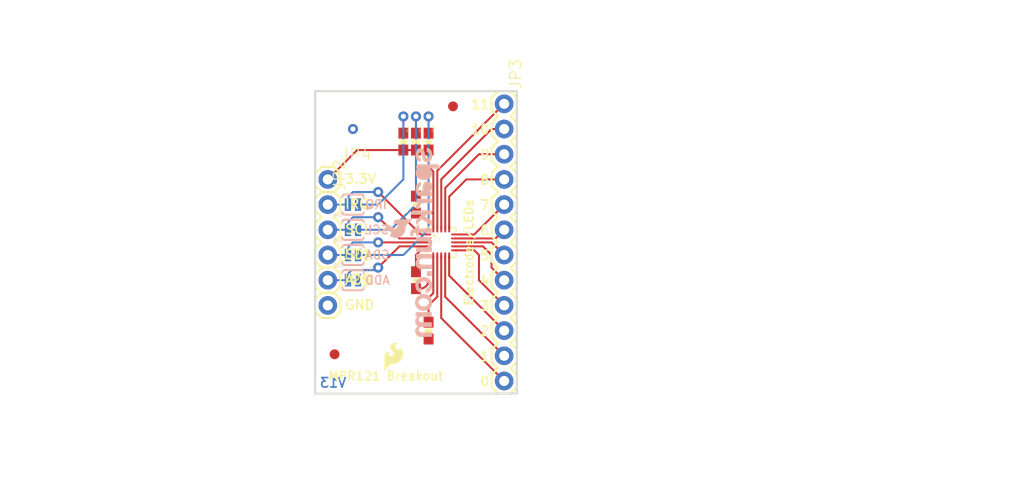
<source format=kicad_pcb>
(kicad_pcb (version 20211014) (generator pcbnew)
  (layers (0 "F.Cu" signal) (31 "B.Cu" signal) (34 "B.Paste" user) (35 "F.Paste" user) (36 "B.SilkS" user "B.Silkscreen") (37 "F.SilkS" user "F.Silkscreen") (38 "B.Mask" user) (39 "F.Mask" user) (44 "Edge.Cuts" user))
  (net 0 "")
  (net 1 "VREG")
  (net 2 "~{IRQ}")
  (net 3 "SCL")
  (net 4 "SDA")
  (net 5 "ADDR")
  (net 6 "REXT")
  (net 7 "ELE11")
  (net 8 "ELE10")
  (net 9 "ELE9")
  (net 10 "ELE8")
  (net 11 "ELE7")
  (net 12 "ELE6")
  (net 13 "ELE5")
  (net 14 "ELE4")
  (net 15 "ELE3")
  (net 16 "ELE2")
  (net 17 "ELE1")
  (net 18 "ELE0")
  (net 19 "GND")
  (net 20 "3.3V")
  (net 21 "SDA_PU")
  (net 22 "SCL_PU")
  (net 23 "~{IRQ_PU}")
  (footprint "boardEagle:FIDUCIAL-1X2" (layer "F.Cu") (at 140.2969 116.2812)
    (fp_text reference "JP9" hide)
    (fp_text value "FIDUCIAL1X2" hide)
    (pad "1" smd roundrect (at 0 0) (size 1 1) (layers "F.Cu" "F.Mask") (roundrect_rratio 0.5))
  )
  (footprint "boardEagle:1X01" (layer "F.Cu") (at 139.6111 108.8136)
    (fp_text reference "JP1" (at 1.1938 -1.8288) (layer "F.SilkS") (effects (font (size 1.1684 1.1684) (thickness 0.1016)) (justify left bottom)))
    (fp_text value "ADDR")
    (pad "1" thru_hole circle (at 0 0 90) (size 1.8796 1.8796) (drill 1.016) (layers *.Cu *.Mask) (net 5 "ADDR"))
  )
  (footprint "boardEagle:0603-RES" (layer "F.Cu") (at 147.2311 94.8436 -90)
    (fp_text reference "R4" (at -0.889 -0.762 -90) (layer "F.SilkS") (effects (font (size 0.373888 0.373888) (thickness 0.032512)) (justify left bottom)))
    (fp_text value "10k")
    (pad "1" smd rect (at -0.85 0 270) (size 1.1 1) (layers "F.Cu" "F.Paste" "F.Mask") (net 23 "~{IRQ_PU}"))
    (pad "2" smd rect (at 0.85 0 270) (size 1.1 1) (layers "F.Cu" "F.Paste" "F.Mask") (net 20 "3.3V"))
  )
  (footprint "boardEagle:1X01" (layer "F.Cu") (at 139.6111 111.3536)
    (fp_text reference "JP5" (at 1.1938 -1.8288) (layer "F.SilkS") (effects (font (size 1.1684 1.1684) (thickness 0.1016)) (justify left bottom)))
    (fp_text value "GND")
    (pad "1" thru_hole circle (at 0 0 90) (size 1.8796 1.8796) (drill 1.016) (layers *.Cu *.Mask) (net 19 "GND"))
  )
  (footprint "boardEagle:0603-RES" (layer "F.Cu") (at 148.5011 94.8436 -90)
    (fp_text reference "R3" (at -0.889 -0.762 -90) (layer "F.SilkS") (effects (font (size 0.373888 0.373888) (thickness 0.032512)) (justify left bottom)))
    (fp_text value "10k")
    (pad "1" smd rect (at -0.85 0 270) (size 1.1 1) (layers "F.Cu" "F.Paste" "F.Mask") (net 22 "SCL_PU"))
    (pad "2" smd rect (at 0.85 0 270) (size 1.1 1) (layers "F.Cu" "F.Paste" "F.Mask") (net 20 "3.3V"))
  )
  (footprint "boardEagle:1X01" (layer "F.Cu") (at 139.6111 98.6536)
    (fp_text reference "JP4" (at 1.1938 -1.8288) (layer "F.SilkS") (effects (font (size 1.1684 1.1684) (thickness 0.1016)) (justify left bottom)))
    (fp_text value "3.3V")
    (pad "1" thru_hole circle (at 0 0 90) (size 1.8796 1.8796) (drill 1.016) (layers *.Cu *.Mask) (net 20 "3.3V"))
  )
  (footprint "boardEagle:0603-RES" (layer "F.Cu") (at 149.7711 94.8436 -90)
    (fp_text reference "R2" (at -0.889 -0.762 -90) (layer "F.SilkS") (effects (font (size 0.373888 0.373888) (thickness 0.032512)) (justify left bottom)))
    (fp_text value "10k")
    (pad "1" smd rect (at -0.85 0 270) (size 1.1 1) (layers "F.Cu" "F.Paste" "F.Mask") (net 21 "SDA_PU"))
    (pad "2" smd rect (at 0.85 0 270) (size 1.1 1) (layers "F.Cu" "F.Paste" "F.Mask") (net 20 "3.3V"))
  )
  (footprint "boardEagle:0603-CAP" (layer "F.Cu") (at 148.5011 108.8136 -90)
    (fp_text reference "C1" (at -0.889 -0.762 -90) (layer "F.SilkS") (effects (font (size 0.373888 0.373888) (thickness 0.032512)) (justify left bottom)))
    (fp_text value "0.1uF")
    (pad "1" smd rect (at -0.85 0 270) (size 1.1 1) (layers "F.Cu" "F.Paste" "F.Mask") (net 1 "VREG"))
    (pad "2" smd rect (at 0.85 0 270) (size 1.1 1) (layers "F.Cu" "F.Paste" "F.Mask") (net 19 "GND"))
  )
  (footprint "boardEagle:SFE-LOGO-FLAME" (layer "F.Cu") (at 145.3261 117.9576)
    (fp_text reference "JP6" hide)
    (fp_text value "LOGO-SFESK" hide)
  )
  (footprint "boardEagle:FIDUCIAL-1X2" (layer "F.Cu") (at 152.2349 91.2876)
    (fp_text reference "JP8" hide)
    (fp_text value "FIDUCIAL1X2" hide)
    (pad "1" smd roundrect (at 0 0) (size 1 1) (layers "F.Cu" "F.Mask") (roundrect_rratio 0.5))
  )
  (footprint "boardEagle:0603-CAP" (layer "F.Cu") (at 148.5011 101.1936 90)
    (fp_text reference "C2" (at -0.889 -0.762 90) (layer "F.SilkS") (effects (font (size 0.373888 0.373888) (thickness 0.032512)) (justify left bottom)))
    (fp_text value "0.1uF")
    (pad "1" smd rect (at -0.85 0 90) (size 1.1 1) (layers "F.Cu" "F.Paste" "F.Mask") (net 20 "3.3V"))
    (pad "2" smd rect (at 0.85 0 90) (size 1.1 1) (layers "F.Cu" "F.Paste" "F.Mask") (net 19 "GND"))
  )
  (footprint "boardEagle:1X03" (layer "F.Cu") (at 139.6111 101.1936 -90)
    (fp_text reference "JP2" (at -1.3462 -1.8288 -90) (layer "F.SilkS") (effects (font (size 1.143 1.143) (thickness 0.127)) (justify left bottom)))
    (fp_text value "I2C")
    (pad "1" thru_hole circle (at 0 0) (size 1.8796 1.8796) (drill 1.016) (layers *.Cu *.Mask) (net 2 "~{IRQ}"))
    (pad "2" thru_hole circle (at 2.54 0) (size 1.8796 1.8796) (drill 1.016) (layers *.Cu *.Mask) (net 3 "SCL"))
    (pad "3" thru_hole circle (at 5.08 0) (size 1.8796 1.8796) (drill 1.016) (layers *.Cu *.Mask) (net 4 "SDA"))
  )
  (footprint "boardEagle:QFN-20-0.4MM-V2" (layer "F.Cu") (at 151.0411 105.0036)
    (fp_text reference "IC1" (at -0.889 -0.2032) (layer "F.SilkS") (effects (font (size 0.376489 0.376489) (thickness 0.029911)) (justify left)))
    (fp_text value "MPR121")
    (pad "1" smd roundrect (at -1.366978 -0.8 90) (size 0.195 0.75) (layers "F.Cu" "F.Paste" "F.Mask") (roundrect_rratio 0.5) (net 2 "~{IRQ}"))
    (pad "2" smd roundrect (at -1.366978 -0.4 90) (size 0.195 0.75) (layers "F.Cu" "F.Paste" "F.Mask") (roundrect_rratio 0.5) (net 3 "SCL"))
    (pad "3" smd roundrect (at -1.366978 0 90) (size 0.195 0.75) (layers "F.Cu" "F.Paste" "F.Mask") (roundrect_rratio 0.5) (net 4 "SDA"))
    (pad "4" smd roundrect (at -1.366978 0.4 90) (size 0.195 0.75) (layers "F.Cu" "F.Paste" "F.Mask") (roundrect_rratio 0.5) (net 5 "ADDR"))
    (pad "5" smd roundrect (at -1.366978 0.8 90) (size 0.195 0.75) (layers "F.Cu" "F.Paste" "F.Mask") (roundrect_rratio 0.5) (net 1 "VREG"))
    (pad "6" smd roundrect (at -0.794918 1.372059 180) (size 0.195 0.75) (layers "F.Cu" "F.Paste" "F.Mask") (roundrect_rratio 0.5) (net 19 "GND"))
    (pad "7" smd roundrect (at -0.394918 1.372059 180) (size 0.195 0.75) (layers "F.Cu" "F.Paste" "F.Mask") (roundrect_rratio 0.5) (net 6 "REXT"))
    (pad "8" smd roundrect (at 0.005081 1.372059 180) (size 0.195 0.75) (layers "F.Cu" "F.Paste" "F.Mask") (roundrect_rratio 0.5) (net 18 "ELE0"))
    (pad "9" smd roundrect (at 0.405081 1.372059 180) (size 0.195 0.75) (layers "F.Cu" "F.Paste" "F.Mask") (roundrect_rratio 0.5) (net 17 "ELE1"))
    (pad "10" smd roundrect (at 0.805081 1.372059 180) (size 0.195 0.75) (layers "F.Cu" "F.Paste" "F.Mask") (roundrect_rratio 0.5) (net 16 "ELE2"))
    (pad "11" smd roundrect (at 1.3746 0.8 270) (size 0.195 0.75) (layers "F.Cu" "F.Paste" "F.Mask") (roundrect_rratio 0.5) (net 15 "ELE3"))
    (pad "12" smd roundrect (at 1.3746 0.4 270) (size 0.195 0.75) (layers "F.Cu" "F.Paste" "F.Mask") (roundrect_rratio 0.5) (net 14 "ELE4"))
    (pad "13" smd roundrect (at 1.3746 0 270) (size 0.195 0.75) (layers "F.Cu" "F.Paste" "F.Mask") (roundrect_rratio 0.5) (net 13 "ELE5"))
    (pad "14" smd roundrect (at 1.3746 -0.4 270) (size 0.195 0.75) (layers "F.Cu" "F.Paste" "F.Mask") (roundrect_rratio 0.5) (net 12 "ELE6"))
    (pad "15" smd roundrect (at 1.3746 -0.8 270) (size 0.195 0.75) (layers "F.Cu" "F.Paste" "F.Mask") (roundrect_rratio 0.5) (net 11 "ELE7"))
    (pad "16" smd roundrect (at 0.810159 -1.372062) (size 0.195 0.75) (layers "F.Cu" "F.Paste" "F.Mask") (roundrect_rratio 0.5) (net 10 "ELE8"))
    (pad "17" smd roundrect (at 0.410159 -1.372062) (size 0.195 0.75) (layers "F.Cu" "F.Paste" "F.Mask") (roundrect_rratio 0.5) (net 9 "ELE9"))
    (pad "18" smd roundrect (at 0.010159 -1.372062) (size 0.195 0.75) (layers "F.Cu" "F.Paste" "F.Mask") (roundrect_rratio 0.5) (net 8 "ELE10"))
    (pad "19" smd roundrect (at -0.38984 -1.372062) (size 0.195 0.75) (layers "F.Cu" "F.Paste" "F.Mask") (roundrect_rratio 0.5) (net 7 "ELE11"))
    (pad "20" smd roundrect (at -0.78984 -1.372062) (size 0.195 0.75) (layers "F.Cu" "F.Paste" "F.Mask") (roundrect_rratio 0.5) (net 20 "3.3V"))
  )
  (footprint "boardEagle:1X12" (layer "F.Cu") (at 157.3911 91.0336 -90)
    (fp_text reference "JP3" (at -1.3462 -1.8288 -90) (layer "F.SilkS") (effects (font (size 1.143 1.143) (thickness 0.127)) (justify left bottom)))
    (fp_text value "Electrodes")
    (pad "1" thru_hole circle (at 0 0) (size 1.8796 1.8796) (drill 1.016) (layers *.Cu *.Mask) (net 7 "ELE11"))
    (pad "2" thru_hole circle (at 2.54 0) (size 1.8796 1.8796) (drill 1.016) (layers *.Cu *.Mask) (net 8 "ELE10"))
    (pad "3" thru_hole circle (at 5.08 0) (size 1.8796 1.8796) (drill 1.016) (layers *.Cu *.Mask) (net 9 "ELE9"))
    (pad "4" thru_hole circle (at 7.62 0) (size 1.8796 1.8796) (drill 1.016) (layers *.Cu *.Mask) (net 10 "ELE8"))
    (pad "5" thru_hole circle (at 10.16 0) (size 1.8796 1.8796) (drill 1.016) (layers *.Cu *.Mask) (net 11 "ELE7"))
    (pad "6" thru_hole circle (at 12.7 0) (size 1.8796 1.8796) (drill 1.016) (layers *.Cu *.Mask) (net 12 "ELE6"))
    (pad "7" thru_hole circle (at 15.24 0) (size 1.8796 1.8796) (drill 1.016) (layers *.Cu *.Mask) (net 13 "ELE5"))
    (pad "8" thru_hole circle (at 17.78 0) (size 1.8796 1.8796) (drill 1.016) (layers *.Cu *.Mask) (net 14 "ELE4"))
    (pad "9" thru_hole circle (at 20.32 0) (size 1.8796 1.8796) (drill 1.016) (layers *.Cu *.Mask) (net 15 "ELE3"))
    (pad "10" thru_hole circle (at 22.86 0) (size 1.8796 1.8796) (drill 1.016) (layers *.Cu *.Mask) (net 16 "ELE2"))
    (pad "11" thru_hole circle (at 25.4 0) (size 1.8796 1.8796) (drill 1.016) (layers *.Cu *.Mask) (net 17 "ELE1"))
    (pad "12" thru_hole circle (at 27.94 0) (size 1.8796 1.8796) (drill 1.016) (layers *.Cu *.Mask) (net 18 "ELE0"))
  )
  (footprint "boardEagle:CREATIVE_COMMONS" (layer "F.Cu") (at 126.888644 129.1336)
    (fp_text reference "FRAME1" hide)
    (fp_text value "FRAME-LETTER" hide)
  )
  (footprint "boardEagle:0603-RES" (layer "F.Cu") (at 149.7711 113.8936 90)
    (fp_text reference "R1" (at -0.889 -0.762 90) (layer "F.SilkS") (effects (font (size 0.373888 0.373888) (thickness 0.032512)) (justify left bottom)))
    (fp_text value "75k")
    (pad "1" smd rect (at -0.85 0 90) (size 1.1 1) (layers "F.Cu" "F.Paste" "F.Mask") (net 19 "GND"))
    (pad "2" smd rect (at 0.85 0 90) (size 1.1 1) (layers "F.Cu" "F.Paste" "F.Mask") (net 6 "REXT"))
  )
  (footprint "boardEagle:SJ_2S-TRACE" (layer "B.Cu") (at 142.1511 108.8136 180)
    (fp_text reference "SJ1" (at -0.9525 1.27) (layer "B.SilkS") (effects (font (size 0.373888 0.373888) (thickness 0.032512)) (justify right top mirror)))
    (fp_text value "SOLDERJUMPERTRACE")
    (fp_line (start -0.381 0) (end 0.381 0) (layer "B.Cu") (width 0.2032))
    (pad "1" smd rect (at -0.508 0 180) (size 0.635 1.27) (layers "B.Cu" "B.Mask") (net 19 "GND"))
    (pad "2" smd rect (at 0.508 0 180) (size 0.635 1.27) (layers "B.Cu" "B.Mask") (net 5 "ADDR"))
  )
  (footprint "boardEagle:SJ_2S-TRACE" (layer "B.Cu") (at 142.1511 103.7336)
    (fp_text reference "SJ3" (at -0.9525 1.27 180) (layer "B.SilkS") (effects (font (size 0.373888 0.373888) (thickness 0.032512)) (justify left bottom mirror)))
    (fp_text value "SOLDERJUMPERTRACE")
    (fp_line (start -0.381 0) (end 0.381 0) (layer "B.Cu") (width 0.2032))
    (pad "1" smd rect (at -0.508 0) (size 0.635 1.27) (layers "B.Cu" "B.Mask") (net 3 "SCL"))
    (pad "2" smd rect (at 0.508 0) (size 0.635 1.27) (layers "B.Cu" "B.Mask") (net 22 "SCL_PU"))
  )
  (footprint "boardEagle:SJ_2S-TRACE" (layer "B.Cu") (at 142.1511 106.2736)
    (fp_text reference "SJ2" (at -0.9525 1.27 180) (layer "B.SilkS") (effects (font (size 0.373888 0.373888) (thickness 0.032512)) (justify left bottom mirror)))
    (fp_text value "SOLDERJUMPERTRACE")
    (fp_line (start -0.381 0) (end 0.381 0) (layer "B.Cu") (width 0.2032))
    (pad "1" smd rect (at -0.508 0) (size 0.635 1.27) (layers "B.Cu" "B.Mask") (net 4 "SDA"))
    (pad "2" smd rect (at 0.508 0) (size 0.635 1.27) (layers "B.Cu" "B.Mask") (net 21 "SDA_PU"))
  )
  (footprint "boardEagle:SFE-NEW-WEBLOGO" (layer "B.Cu") (at 151.0411 95.4786 -90)
    (fp_text reference "JP7" hide)
    (fp_text value "LOGO-SFENEW" hide)
  )
  (footprint "boardEagle:SJ_2S-TRACE" (layer "B.Cu") (at 142.1511 101.1936)
    (fp_text reference "SJ4" (at -0.9525 1.27 180) (layer "B.SilkS") (effects (font (size 0.373888 0.373888) (thickness 0.032512)) (justify left bottom mirror)))
    (fp_text value "SOLDERJUMPERTRACE")
    (fp_line (start -0.381 0) (end 0.381 0) (layer "B.Cu") (width 0.2032))
    (pad "1" smd rect (at -0.508 0) (size 0.635 1.27) (layers "B.Cu" "B.Mask") (net 2 "~{IRQ}"))
    (pad "2" smd rect (at 0.508 0) (size 0.635 1.27) (layers "B.Cu" "B.Mask") (net 23 "~{IRQ_PU}"))
  )
  (gr_line (start 158.6611 89.7636) (end 158.6611 120.2436) (layer "Edge.Cuts") (width 0.2032))
  (gr_line (start 158.6611 120.2436) (end 138.3411 120.2436) (layer "Edge.Cuts") (width 0.2032))
  (gr_line (start 138.3411 120.2436) (end 138.3411 89.7636) (layer "Edge.Cuts") (width 0.2032))
  (gr_line (start 138.3411 89.7636) (end 158.6611 89.7636) (layer "Edge.Cuts") (width 0.2032))
  (gr_text "V13" (at 138.7221 118.5926) (layer "B.Cu") (effects (font (size 0.94996 0.94996) (thickness 0.16764)) (justify right top mirror)))
  (gr_text "ADD" (at 143.2941 108.3056) (layer "B.SilkS") (effects (font (size 0.8636 0.8636) (thickness 0.1524)) (justify right top mirror)))
  (gr_text "SDA" (at 143.2941 105.7656) (layer "B.SilkS") (effects (font (size 0.8636 0.8636) (thickness 0.1524)) (justify right top mirror)))
  (gr_text "SCL" (at 143.2941 103.2256) (layer "B.SilkS") (effects (font (size 0.8636 0.8636) (thickness 0.1524)) (justify right top mirror)))
  (gr_text "IRQ" (at 143.2941 100.6856) (layer "B.SilkS") (effects (font (size 0.8636 0.8636) (thickness 0.1524)) (justify right top mirror)))
  (gr_text "5" (at 155.9941 105.7656) (layer "F.SilkS") (effects (font (size 0.94996 0.94996) (thickness 0.16764)) (justify right top)))
  (gr_text "2" (at 155.9941 113.3856) (layer "F.SilkS") (effects (font (size 0.94996 0.94996) (thickness 0.16764)) (justify right top)))
  (gr_text "1" (at 155.9941 115.9256) (layer "F.SilkS") (effects (font (size 0.94996 0.94996) (thickness 0.16764)) (justify right top)))
  (gr_text "0" (at 155.9941 118.4656) (layer "F.SilkS") (effects (font (size 0.94996 0.94996) (thickness 0.16764)) (justify right top)))
  (gr_text "3" (at 155.9941 110.8456) (layer "F.SilkS") (effects (font (size 0.94996 0.94996) (thickness 0.16764)) (justify right top)))
  (gr_text "10" (at 155.9941 93.0656) (layer "F.SilkS") (effects (font (size 0.94996 0.94996) (thickness 0.16764)) (justify right top)))
  (gr_text "SDA" (at 141.2621 106.7816) (layer "F.SilkS") (effects (font (size 0.94996 0.94996) (thickness 0.16764)) (justify left bottom)))
  (gr_text "MPR121 Breakout" (at 139.6111 118.9736) (layer "F.SilkS") (effects (font (size 0.8636 0.8636) (thickness 0.1524)) (justify left bottom)))
  (gr_text "4" (at 155.9941 108.3056) (layer "F.SilkS") (effects (font (size 0.94996 0.94996) (thickness 0.16764)) (justify right top)))
  (gr_text "Electrodes/LEDs" (at 154.3431 111.4806 90) (layer "F.SilkS") (effects (font (size 0.8636 0.8636) (thickness 0.1524)) (justify left bottom)))
  (gr_text "7" (at 155.9941 100.6856) (layer "F.SilkS") (effects (font (size 0.94996 0.94996) (thickness 0.16764)) (justify right top)))
  (gr_text "SCL" (at 141.2621 104.2416) (layer "F.SilkS") (effects (font (size 0.94996 0.94996) (thickness 0.16764)) (justify left bottom)))
  (gr_text "8" (at 155.9941 98.1456) (layer "F.SilkS") (effects (font (size 0.94996 0.94996) (thickness 0.16764)) (justify right top)))
  (gr_text "11" (at 155.9941 90.5256) (layer "F.SilkS") (effects (font (size 0.94996 0.94996) (thickness 0.16764)) (justify right top)))
  (gr_text "GND" (at 141.2621 111.8616) (layer "F.SilkS") (effects (font (size 0.94996 0.94996) (thickness 0.16764)) (justify left bottom)))
  (gr_text "3.3V" (at 141.2621 99.1616) (layer "F.SilkS") (effects (font (size 0.94996 0.94996) (thickness 0.16764)) (justify left bottom)))
  (gr_text "6" (at 155.9941 103.2256) (layer "F.SilkS") (effects (font (size 0.94996 0.94996) (thickness 0.16764)) (justify right top)))
  (gr_text "9" (at 155.9941 95.6056) (layer "F.SilkS") (effects (font (size 0.94996 0.94996) (thickness 0.16764)) (justify right top)))
  (gr_text "IRQ" (at 141.2621 101.7016) (layer "F.SilkS") (effects (font (size 0.94996 0.94996) (thickness 0.16764)) (justify left bottom)))
  (gr_text "ADD" (at 141.2621 109.3216) (layer "F.SilkS") (effects (font (size 0.94996 0.94996) (thickness 0.16764)) (justify left bottom)))
  (segment (start 148.5011 107.9636) (end 148.5011 106.2736) (width 0.2032) (layer "F.Cu") (net 1))
  (segment (start 148.9711 105.8036) (end 149.674121 105.8036) (width 0.2032) (layer "F.Cu") (net 1))
  (segment (start 148.5011 106.2736) (end 148.9711 105.8036) (width 0.2032) (layer "F.Cu") (net 1))
  (segment (start 144.6911 99.9236) (end 148.9711 104.2036) (width 0.2032) (layer "F.Cu") (net 2))
  (segment (start 148.9711 104.2036) (end 149.674121 104.2036) (width 0.2032) (layer "F.Cu") (net 2))
  (via (at 144.6911 99.9236) (size 1.016) (drill 0.508) (layers "F.Cu" "B.Cu") (net 2))
  (segment (start 141.6431 101.1936) (end 141.7011 100.3736) (width 0.2032) (layer "B.Cu") (net 2))
  (segment (start 141.7011 100.3736) (end 142.1511 99.9236) (width 0.2032) (layer "B.Cu") (net 2))
  (segment (start 139.6111 101.1936) (end 141.6431 101.1936) (width 0.2032) (layer "B.Cu") (net 2))
  (segment (start 142.1511 99.9236) (end 144.6911 99.9236) (width 0.2032) (layer "B.Cu") (net 2))
  (segment (start 146.8311 104.6036) (end 149.674121 104.6036) (width 0.2032) (layer "F.Cu") (net 3))
  (segment (start 144.6911 102.4636) (end 146.8311 104.6036) (width 0.2032) (layer "F.Cu") (net 3))
  (via (at 144.6911 102.4636) (size 1.016) (drill 0.508) (layers "F.Cu" "B.Cu") (net 3))
  (segment (start 141.6431 103.7336) (end 141.7011 102.9136) (width 0.2032) (layer "B.Cu") (net 3))
  (segment (start 142.1511 102.4636) (end 144.6911 102.4636) (width 0.2032) (layer "B.Cu") (net 3))
  (segment (start 139.6111 103.7336) (end 141.6431 103.7336) (width 0.2032) (layer "B.Cu") (net 3))
  (segment (start 141.7011 102.9136) (end 142.1511 102.4636) (width 0.2032) (layer "B.Cu") (net 3))
  (segment (start 144.6911 105.0036) (end 149.674121 105.0036) (width 0.2032) (layer "F.Cu") (net 4))
  (via (at 144.6911 105.0036) (size 1.016) (drill 0.508) (layers "F.Cu" "B.Cu") (net 4))
  (segment (start 141.7011 105.4536) (end 142.1511 105.0036) (width 0.2032) (layer "B.Cu") (net 4))
  (segment (start 141.6431 106.2736) (end 141.7011 105.4536) (width 0.2032) (layer "B.Cu") (net 4))
  (segment (start 142.1511 105.0036) (end 144.6911 105.0036) (width 0.2032) (layer "B.Cu") (net 4))
  (segment (start 139.6111 106.2736) (end 141.6431 106.2736) (width 0.2032) (layer "B.Cu") (net 4))
  (segment (start 149.674121 105.4036) (end 146.8311 105.4036) (width 0.2032) (layer "F.Cu") (net 5))
  (segment (start 146.8311 105.4036) (end 144.6911 107.5436) (width 0.2032) (layer "F.Cu") (net 5))
  (via (at 144.6911 107.5436) (size 1.016) (drill 0.508) (layers "F.Cu" "B.Cu") (net 5))
  (segment (start 139.6111 108.8136) (end 141.6431 108.8136) (width 0.2032) (layer "B.Cu") (net 5))
  (segment (start 144.4371 107.7976) (end 144.6911 107.5436) (width 0.2032) (layer "B.Cu") (net 5))
  (segment (start 142.0241 107.7976) (end 144.4371 107.7976) (width 0.2032) (layer "B.Cu") (net 5))
  (segment (start 141.7011 108.1206) (end 142.0241 107.7976) (width 0.2032) (layer "B.Cu") (net 5))
  (segment (start 141.6431 108.8136) (end 141.7011 108.1206) (width 0.2032) (layer "B.Cu") (net 5))
  (segment (start 149.7711 111.3536) (end 149.7711 113.0436) (width 0.2032) (layer "F.Cu") (net 6))
  (segment (start 150.646181 110.478519) (end 149.7711 111.3536) (width 0.2032) (layer "F.Cu") (net 6))
  (segment (start 150.646181 106.37566) (end 150.646181 110.478519) (width 0.2032) (layer "F.Cu") (net 6))
  (segment (start 150.651259 103.631538) (end 150.651259 97.773441) (width 0.2032) (layer "F.Cu") (net 7))
  (segment (start 150.651259 97.773441) (end 157.3911 91.0336) (width 0.2032) (layer "F.Cu") (net 7))
  (segment (start 151.051259 103.631538) (end 151.051259 98.643441) (width 0.2032) (layer "F.Cu") (net 8))
  (segment (start 151.051259 98.643441) (end 156.1211 93.5736) (width 0.2032) (layer "F.Cu") (net 8))
  (segment (start 156.1211 93.5736) (end 157.3911 93.5736) (width 0.2032) (layer "F.Cu") (net 8))
  (segment (start 151.451259 99.513441) (end 154.8511 96.1136) (width 0.2032) (layer "F.Cu") (net 9))
  (segment (start 154.8511 96.1136) (end 157.3911 96.1136) (width 0.2032) (layer "F.Cu") (net 9))
  (segment (start 151.451259 103.631538) (end 151.451259 99.513441) (width 0.2032) (layer "F.Cu") (net 9))
  (segment (start 153.5811 98.6536) (end 157.3911 98.6536) (width 0.2032) (layer "F.Cu") (net 10))
  (segment (start 151.851259 103.631538) (end 151.851259 100.383441) (width 0.2032) (layer "F.Cu") (net 10))
  (segment (start 151.851259 100.383441) (end 153.5811 98.6536) (width 0.2032) (layer "F.Cu") (net 10))
  (segment (start 154.3811 104.2036) (end 157.3911 101.1936) (width 0.2032) (layer "F.Cu") (net 11))
  (segment (start 152.4157 104.2036) (end 154.3811 104.2036) (width 0.2032) (layer "F.Cu") (net 11))
  (segment (start 152.4157 104.6036) (end 156.5211 104.6036) (width 0.2032) (layer "F.Cu") (net 12))
  (segment (start 156.5211 104.6036) (end 157.3911 103.7336) (width 0.2032) (layer "F.Cu") (net 12))
  (segment (start 156.1211 105.0036) (end 157.3911 106.2736) (width 0.2032) (layer "F.Cu") (net 13))
  (segment (start 152.4157 105.0036) (end 156.1211 105.0036) (width 0.2032) (layer "F.Cu") (net 13))
  (segment (start 156.1211 107.5436) (end 157.3911 108.8136) (width 0.2032) (layer "F.Cu") (net 14))
  (segment (start 152.4157 105.4036) (end 155.2511 105.4036) (width 0.2032) (layer "F.Cu") (net 14))
  (segment (start 156.1211 106.2736) (end 156.1211 107.5436) (width 0.2032) (layer "F.Cu") (net 14))
  (segment (start 155.2511 105.4036) (end 156.1211 106.2736) (width 0.2032) (layer "F.Cu") (net 14))
  (segment (start 154.3811 105.8036) (end 154.8511 106.2736) (width 0.2032) (layer "F.Cu") (net 15))
  (segment (start 154.8511 106.2736) (end 154.8511 108.8136) (width 0.2032) (layer "F.Cu") (net 15))
  (segment (start 152.4157 105.8036) (end 154.3811 105.8036) (width 0.2032) (layer "F.Cu") (net 15))
  (segment (start 154.8511 108.8136) (end 157.3911 111.3536) (width 0.2032) (layer "F.Cu") (net 15))
  (segment (start 151.846181 108.348682) (end 157.3911 113.8936) (width 0.2032) (layer "F.Cu") (net 16))
  (segment (start 151.846181 106.37566) (end 151.846181 108.348682) (width 0.2032) (layer "F.Cu") (net 16))
  (segment (start 151.446181 106.37566) (end 151.446181 110.488682) (width 0.2032) (layer "F.Cu") (net 17))
  (segment (start 151.446181 110.488682) (end 157.3911 116.4336) (width 0.2032) (layer "F.Cu") (net 17))
  (segment (start 151.046181 112.628682) (end 157.3911 118.9736) (width 0.2032) (layer "F.Cu") (net 18))
  (segment (start 151.046181 106.37566) (end 151.046181 112.628682) (width 0.2032) (layer "F.Cu") (net 18))
  (segment (start 148.9211 109.6636) (end 148.9211 109.6636) (width 0.2032) (layer "F.Cu") (net 19))
  (segment (start 150.246181 106.37566) (end 150.246181 110.116519) (width 0.2032) (layer "F.Cu") (net 19))
  (segment (start 149.289901 109.579424) (end 149.451066 109.478157) (width 0.2032) (layer "F.Cu") (net 19))
  (segment (start 149.110243 109.642289) (end 149.289901 109.579424) (width 0.2032) (layer "F.Cu") (net 19))
  (segment (start 148.9211 109.6636) (end 149.110243 109.642289) (width 0.2032) (layer "F.Cu") (net 19))
  (segment (start 149.451066 109.478157) (end 149.585657 109.343566) (width 0.2032) (layer "F.Cu") (net 19))
  (segment (start 150.246181 110.116519) (end 149.7711 110.5916) (width 0.2032) (layer "F.Cu") (net 19))
  (segment (start 148.5011 109.6636) (end 148.9211 109.6636) (width 0.2032) (layer "F.Cu") (net 19))
  (segment (start 149.686924 109.182401) (end 149.7711 108.8136) (width 0.2032) (layer "F.Cu") (net 19))
  (segment (start 149.585657 109.343566) (end 149.686924 109.182401) (width 0.2032) (layer "F.Cu") (net 19))
  (via (at 142.1511 93.5736) (size 1.016) (drill 0.508) (layers "F.Cu" "B.Cu") (net 19))
  (segment (start 150.251259 102.0436) (end 148.5011 102.0436) (width 0.2032) (layer "F.Cu") (net 20))
  (segment (start 150.251259 97.86376) (end 149.7711 97.3836) (width 0.2032) (layer "F.Cu") (net 20))
  (segment (start 148.5011 95.6936) (end 149.7711 95.6936) (width 0.2032) (layer "F.Cu") (net 20))
  (segment (start 139.6111 98.6536) (end 142.5711 95.6936) (width 0.2032) (layer "F.Cu") (net 20))
  (segment (start 147.2311 95.6936) (end 148.5011 95.6936) (width 0.2032) (layer "F.Cu") (net 20))
  (segment (start 150.251259 103.631538) (end 150.251259 102.4636) (width 0.2032) (layer "F.Cu") (net 20))
  (segment (start 142.5711 95.6936) (end 147.2311 95.6936) (width 0.2032) (layer "F.Cu") (net 20))
  (segment (start 149.7711 95.6936) (end 149.7711 97.3836) (width 0.2032) (layer "F.Cu") (net 20))
  (segment (start 150.251259 102.0436) (end 150.251259 97.86376) (width 0.2032) (layer "F.Cu") (net 20))
  (segment (start 150.251259 102.0436) (end 150.251259 102.4636) (width 0.2032) (layer "F.Cu") (net 20))
  (segment (start 149.7711 92.3036) (end 149.7711 93.9936) (width 0.2032) (layer "F.Cu") (net 21))
  (via (at 149.7711 92.3036) (size 1.016) (drill 0.508) (layers "F.Cu" "B.Cu") (net 21))
  (segment (start 147.2311 106.2736) (end 149.7711 103.7336) (width 0.2032) (layer "B.Cu") (net 21))
  (segment (start 149.7711 103.7336) (end 149.7711 92.3036) (width 0.2032) (layer "B.Cu") (net 21))
  (segment (start 142.6591 106.2736) (end 147.2311 106.2736) (width 0.2032) (layer "B.Cu") (net 21))
  (segment (start 148.5011 92.3036) (end 148.5011 93.9936) (width 0.2032) (layer "F.Cu") (net 22))
  (via (at 148.5011 92.3036) (size 1.016) (drill 0.508) (layers "F.Cu" "B.Cu") (net 22))
  (segment (start 145.9611 103.7336) (end 148.5011 101.1936) (width 0.2032) (layer "B.Cu") (net 22))
  (segment (start 148.5011 101.1936) (end 148.5011 92.3036) (width 0.2032) (layer "B.Cu") (net 22))
  (segment (start 142.6591 103.7336) (end 145.9611 103.7336) (width 0.2032) (layer "B.Cu") (net 22))
  (segment (start 147.2311 92.3036) (end 147.2311 93.9936) (width 0.2032) (layer "F.Cu") (net 23))
  (via (at 147.2311 92.3036) (size 1.016) (drill 0.508) (layers "F.Cu" "B.Cu") (net 23))
  (segment (start 147.2311 98.6536) (end 147.2311 92.3036) (width 0.2032) (layer "B.Cu") (net 23))
  (segment (start 144.6911 101.1936) (end 147.2311 98.6536) (width 0.2032) (layer "B.Cu") (net 23))
  (segment (start 142.6591 101.1936) (end 144.6911 101.1936) (width 0.2032) (layer "B.Cu") (net 23))
)
</source>
